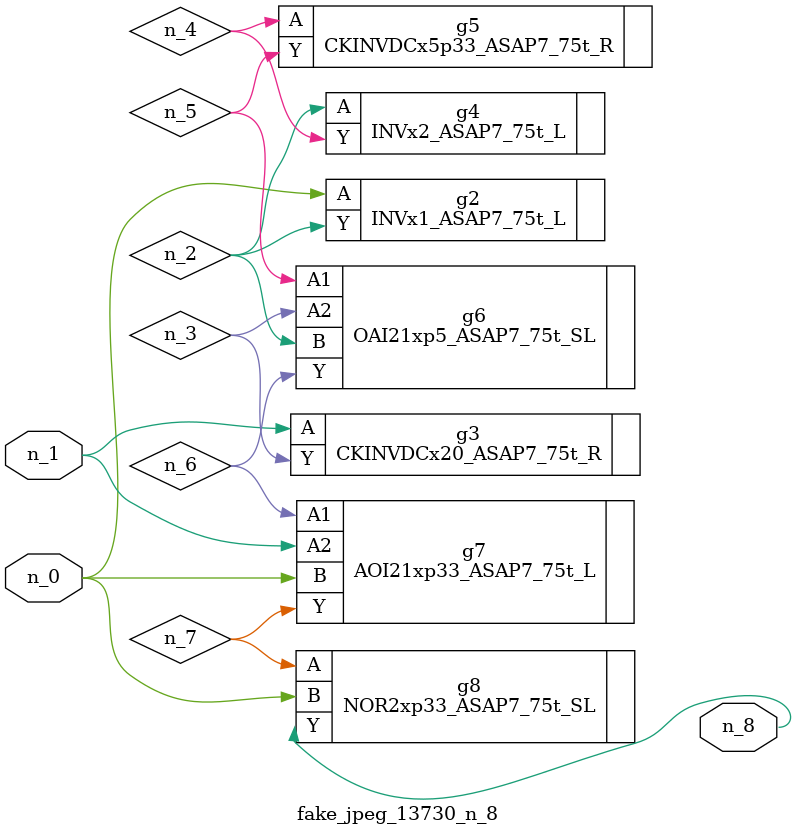
<source format=v>
module fake_jpeg_13730_n_8 (n_0, n_1, n_8);

input n_0;
input n_1;

output n_8;

wire n_2;
wire n_3;
wire n_4;
wire n_6;
wire n_5;
wire n_7;

INVx1_ASAP7_75t_L g2 ( 
.A(n_0),
.Y(n_2)
);

CKINVDCx20_ASAP7_75t_R g3 ( 
.A(n_1),
.Y(n_3)
);

INVx2_ASAP7_75t_L g4 ( 
.A(n_2),
.Y(n_4)
);

CKINVDCx5p33_ASAP7_75t_R g5 ( 
.A(n_4),
.Y(n_5)
);

OAI21xp5_ASAP7_75t_SL g6 ( 
.A1(n_5),
.A2(n_3),
.B(n_2),
.Y(n_6)
);

AOI21xp33_ASAP7_75t_L g7 ( 
.A1(n_6),
.A2(n_1),
.B(n_0),
.Y(n_7)
);

NOR2xp33_ASAP7_75t_SL g8 ( 
.A(n_7),
.B(n_0),
.Y(n_8)
);


endmodule
</source>
